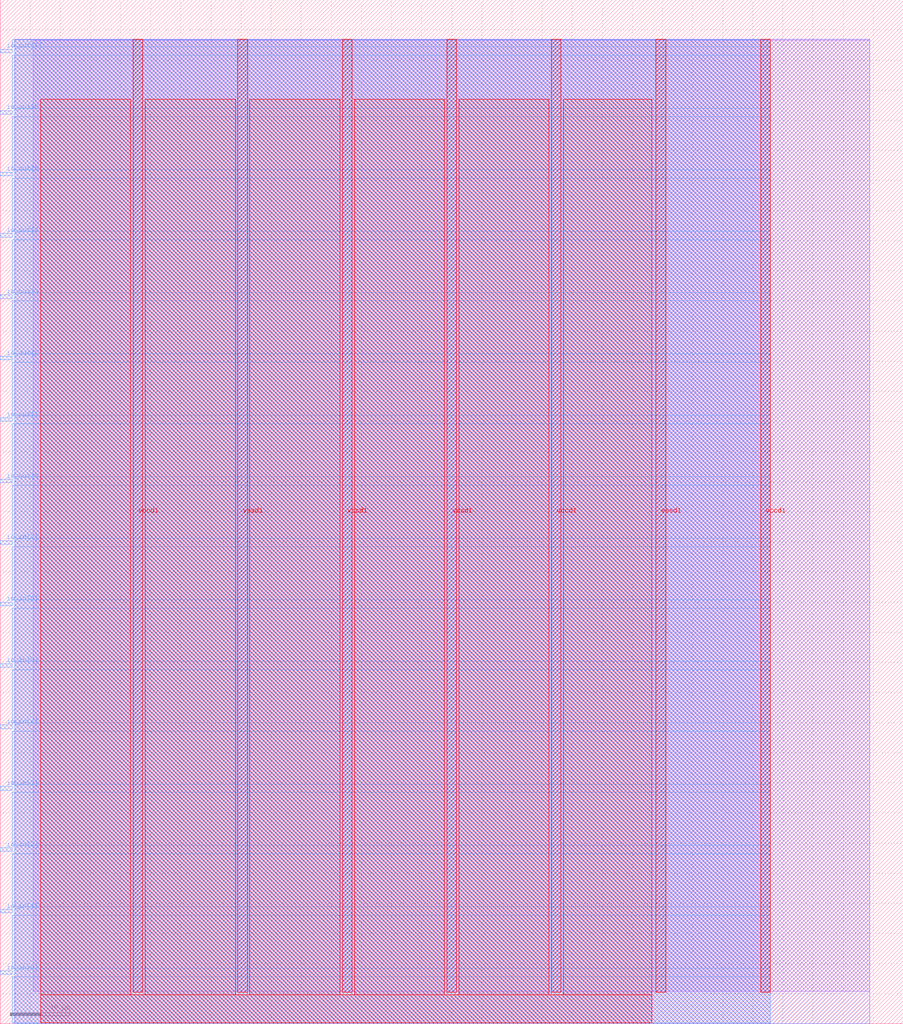
<source format=lef>
VERSION 5.7 ;
  NOWIREEXTENSIONATPIN ON ;
  DIVIDERCHAR "/" ;
  BUSBITCHARS "[]" ;
MACRO aidan_McCoy
  CLASS BLOCK ;
  FOREIGN aidan_McCoy ;
  ORIGIN 0.000 0.000 ;
  SIZE 150.000 BY 170.000 ;
  PIN io_in[0]
    DIRECTION INPUT ;
    USE SIGNAL ;
    PORT
      LAYER met3 ;
        RECT 0.000 8.200 2.000 8.800 ;
    END
  END io_in[0]
  PIN io_in[1]
    DIRECTION INPUT ;
    USE SIGNAL ;
    PORT
      LAYER met3 ;
        RECT 0.000 18.400 2.000 19.000 ;
    END
  END io_in[1]
  PIN io_in[2]
    DIRECTION INPUT ;
    USE SIGNAL ;
    PORT
      LAYER met3 ;
        RECT 0.000 28.600 2.000 29.200 ;
    END
  END io_in[2]
  PIN io_in[3]
    DIRECTION INPUT ;
    USE SIGNAL ;
    PORT
      LAYER met3 ;
        RECT 0.000 38.800 2.000 39.400 ;
    END
  END io_in[3]
  PIN io_in[4]
    DIRECTION INPUT ;
    USE SIGNAL ;
    PORT
      LAYER met3 ;
        RECT 0.000 49.000 2.000 49.600 ;
    END
  END io_in[4]
  PIN io_in[5]
    DIRECTION INPUT ;
    USE SIGNAL ;
    PORT
      LAYER met3 ;
        RECT 0.000 59.200 2.000 59.800 ;
    END
  END io_in[5]
  PIN io_in[6]
    DIRECTION INPUT ;
    USE SIGNAL ;
    PORT
      LAYER met3 ;
        RECT 0.000 69.400 2.000 70.000 ;
    END
  END io_in[6]
  PIN io_in[7]
    DIRECTION INPUT ;
    USE SIGNAL ;
    PORT
      LAYER met3 ;
        RECT 0.000 79.600 2.000 80.200 ;
    END
  END io_in[7]
  PIN io_out[0]
    DIRECTION OUTPUT TRISTATE ;
    USE SIGNAL ;
    PORT
      LAYER met3 ;
        RECT 0.000 89.800 2.000 90.400 ;
    END
  END io_out[0]
  PIN io_out[1]
    DIRECTION OUTPUT TRISTATE ;
    USE SIGNAL ;
    PORT
      LAYER met3 ;
        RECT 0.000 100.000 2.000 100.600 ;
    END
  END io_out[1]
  PIN io_out[2]
    DIRECTION OUTPUT TRISTATE ;
    USE SIGNAL ;
    PORT
      LAYER met3 ;
        RECT 0.000 110.200 2.000 110.800 ;
    END
  END io_out[2]
  PIN io_out[3]
    DIRECTION OUTPUT TRISTATE ;
    USE SIGNAL ;
    PORT
      LAYER met3 ;
        RECT 0.000 120.400 2.000 121.000 ;
    END
  END io_out[3]
  PIN io_out[4]
    DIRECTION OUTPUT TRISTATE ;
    USE SIGNAL ;
    PORT
      LAYER met3 ;
        RECT 0.000 130.600 2.000 131.200 ;
    END
  END io_out[4]
  PIN io_out[5]
    DIRECTION OUTPUT TRISTATE ;
    USE SIGNAL ;
    PORT
      LAYER met3 ;
        RECT 0.000 140.800 2.000 141.400 ;
    END
  END io_out[5]
  PIN io_out[6]
    DIRECTION OUTPUT TRISTATE ;
    USE SIGNAL ;
    PORT
      LAYER met3 ;
        RECT 0.000 151.000 2.000 151.600 ;
    END
  END io_out[6]
  PIN io_out[7]
    DIRECTION OUTPUT TRISTATE ;
    USE SIGNAL ;
    PORT
      LAYER met3 ;
        RECT 0.000 161.200 2.000 161.800 ;
    END
  END io_out[7]
  PIN vccd1
    DIRECTION INOUT ;
    USE POWER ;
    PORT
      LAYER met4 ;
        RECT 22.090 5.200 23.690 163.440 ;
    END
    PORT
      LAYER met4 ;
        RECT 56.830 5.200 58.430 163.440 ;
    END
    PORT
      LAYER met4 ;
        RECT 91.570 5.200 93.170 163.440 ;
    END
    PORT
      LAYER met4 ;
        RECT 126.310 5.200 127.910 163.440 ;
    END
  END vccd1
  PIN vssd1
    DIRECTION INOUT ;
    USE GROUND ;
    PORT
      LAYER met4 ;
        RECT 39.460 5.200 41.060 163.440 ;
    END
    PORT
      LAYER met4 ;
        RECT 74.200 5.200 75.800 163.440 ;
    END
    PORT
      LAYER met4 ;
        RECT 108.940 5.200 110.540 163.440 ;
    END
  END vssd1
  OBS
      LAYER li1 ;
        RECT 5.520 5.355 144.440 163.285 ;
      LAYER met1 ;
        RECT 2.370 0.040 144.440 163.440 ;
      LAYER met2 ;
        RECT 2.400 0.010 127.880 163.385 ;
      LAYER met3 ;
        RECT 2.000 162.200 127.900 163.365 ;
        RECT 2.400 160.800 127.900 162.200 ;
        RECT 2.000 152.000 127.900 160.800 ;
        RECT 2.400 150.600 127.900 152.000 ;
        RECT 2.000 141.800 127.900 150.600 ;
        RECT 2.400 140.400 127.900 141.800 ;
        RECT 2.000 131.600 127.900 140.400 ;
        RECT 2.400 130.200 127.900 131.600 ;
        RECT 2.000 121.400 127.900 130.200 ;
        RECT 2.400 120.000 127.900 121.400 ;
        RECT 2.000 111.200 127.900 120.000 ;
        RECT 2.400 109.800 127.900 111.200 ;
        RECT 2.000 101.000 127.900 109.800 ;
        RECT 2.400 99.600 127.900 101.000 ;
        RECT 2.000 90.800 127.900 99.600 ;
        RECT 2.400 89.400 127.900 90.800 ;
        RECT 2.000 80.600 127.900 89.400 ;
        RECT 2.400 79.200 127.900 80.600 ;
        RECT 2.000 70.400 127.900 79.200 ;
        RECT 2.400 69.000 127.900 70.400 ;
        RECT 2.000 60.200 127.900 69.000 ;
        RECT 2.400 58.800 127.900 60.200 ;
        RECT 2.000 50.000 127.900 58.800 ;
        RECT 2.400 48.600 127.900 50.000 ;
        RECT 2.000 39.800 127.900 48.600 ;
        RECT 2.400 38.400 127.900 39.800 ;
        RECT 2.000 29.600 127.900 38.400 ;
        RECT 2.400 28.200 127.900 29.600 ;
        RECT 2.000 19.400 127.900 28.200 ;
        RECT 2.400 18.000 127.900 19.400 ;
        RECT 2.000 9.200 127.900 18.000 ;
        RECT 2.400 7.800 127.900 9.200 ;
        RECT 2.000 0.175 127.900 7.800 ;
      LAYER met4 ;
        RECT 6.735 4.800 21.690 153.505 ;
        RECT 24.090 4.800 39.060 153.505 ;
        RECT 41.460 4.800 56.430 153.505 ;
        RECT 58.830 4.800 73.800 153.505 ;
        RECT 76.200 4.800 91.170 153.505 ;
        RECT 93.570 4.800 108.265 153.505 ;
        RECT 6.735 0.190 108.265 4.800 ;
  END
END aidan_McCoy
END LIBRARY


</source>
